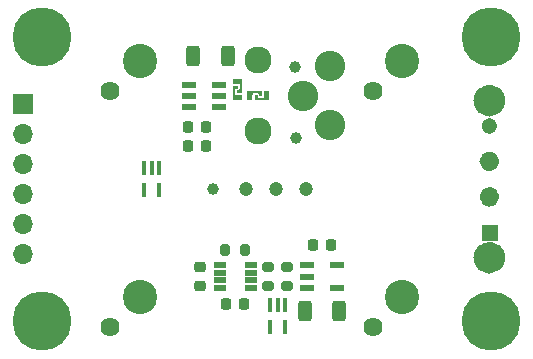
<source format=gts>
G04 #@! TF.GenerationSoftware,KiCad,Pcbnew,8.0.9*
G04 #@! TF.CreationDate,2025-04-23T02:47:03-04:00*
G04 #@! TF.ProjectId,digital-gate-driver,64696769-7461-46c2-9d67-6174652d6472,rev?*
G04 #@! TF.SameCoordinates,Original*
G04 #@! TF.FileFunction,Soldermask,Top*
G04 #@! TF.FilePolarity,Negative*
%FSLAX46Y46*%
G04 Gerber Fmt 4.6, Leading zero omitted, Abs format (unit mm)*
G04 Created by KiCad (PCBNEW 8.0.9) date 2025-04-23 02:47:03*
%MOMM*%
%LPD*%
G01*
G04 APERTURE LIST*
G04 Aperture macros list*
%AMRoundRect*
0 Rectangle with rounded corners*
0 $1 Rounding radius*
0 $2 $3 $4 $5 $6 $7 $8 $9 X,Y pos of 4 corners*
0 Add a 4 corners polygon primitive as box body*
4,1,4,$2,$3,$4,$5,$6,$7,$8,$9,$2,$3,0*
0 Add four circle primitives for the rounded corners*
1,1,$1+$1,$2,$3*
1,1,$1+$1,$4,$5*
1,1,$1+$1,$6,$7*
1,1,$1+$1,$8,$9*
0 Add four rect primitives between the rounded corners*
20,1,$1+$1,$2,$3,$4,$5,0*
20,1,$1+$1,$4,$5,$6,$7,0*
20,1,$1+$1,$6,$7,$8,$9,0*
20,1,$1+$1,$8,$9,$2,$3,0*%
%AMFreePoly0*
4,1,17,0.198500,-0.320000,0.195000,-0.323500,-0.045000,-0.323500,-0.048500,-0.320000,-0.048500,-0.230000,-0.051166,-0.188780,-0.092386,-0.117386,-0.163780,-0.076166,-0.205000,-0.073500,-0.445000,-0.073500,-0.486220,-0.076166,-0.557614,-0.117386,-0.598834,-0.188780,-0.601500,-0.230000,-0.601500,0.125000,0.198500,0.125000,0.198500,-0.320000,0.198500,-0.320000,$1*%
%AMFreePoly1*
4,1,11,0.173500,-0.425000,-0.170000,-0.425000,-0.202297,-0.422973,-0.247973,-0.377297,-0.250000,-0.345000,-0.250000,0.295000,-0.247973,0.327297,-0.202297,0.372973,-0.170000,0.375000,0.173500,0.375000,0.173500,-0.425000,0.173500,-0.425000,$1*%
%AMFreePoly2*
4,1,11,0.201876,0.346955,0.246955,0.301876,0.250000,0.270000,0.250000,-0.370000,0.246955,-0.401876,0.201876,-0.446955,0.170000,-0.450000,-0.173500,-0.450000,-0.173500,0.350000,0.170000,0.350000,0.201876,0.346955,0.201876,0.346955,$1*%
%AMFreePoly3*
4,1,17,-0.001500,0.345000,-0.001500,0.255000,0.001166,0.213780,0.042386,0.142386,0.113780,0.101166,0.155000,0.098500,0.395000,0.098500,0.436220,0.101166,0.507614,0.142386,0.548834,0.213780,0.551500,0.255000,0.551500,-0.100000,-0.248500,-0.100000,-0.248500,0.345000,-0.245000,0.348500,-0.005000,0.348500,-0.001500,0.345000,-0.001500,0.345000,$1*%
G04 Aperture macros list end*
%ADD10C,1.356200*%
%ADD11C,0.661200*%
%ADD12C,0.836200*%
%ADD13C,0.010000*%
%ADD14C,2.905000*%
%ADD15C,1.623000*%
%ADD16C,1.000000*%
%ADD17RoundRect,0.050000X0.475000X0.175000X-0.475000X0.175000X-0.475000X-0.175000X0.475000X-0.175000X0*%
%ADD18C,0.800000*%
%ADD19C,5.000000*%
%ADD20R,0.400000X1.200000*%
%ADD21R,1.700000X1.700000*%
%ADD22O,1.700000X1.700000*%
%ADD23RoundRect,0.250000X-0.312500X-0.625000X0.312500X-0.625000X0.312500X0.625000X-0.312500X0.625000X0*%
%ADD24RoundRect,0.225000X-0.225000X-0.250000X0.225000X-0.250000X0.225000X0.250000X-0.225000X0.250000X0*%
%ADD25R,1.200000X0.600000*%
%ADD26RoundRect,0.200000X0.275000X-0.200000X0.275000X0.200000X-0.275000X0.200000X-0.275000X-0.200000X0*%
%ADD27RoundRect,0.200000X-0.200000X-0.275000X0.200000X-0.275000X0.200000X0.275000X-0.200000X0.275000X0*%
%ADD28RoundRect,0.225000X0.250000X-0.225000X0.250000X0.225000X-0.250000X0.225000X-0.250000X-0.225000X0*%
%ADD29FreePoly0,90.000000*%
%ADD30FreePoly1,90.000000*%
%ADD31FreePoly2,90.000000*%
%ADD32FreePoly3,90.000000*%
%ADD33C,2.295400*%
%ADD34C,1.200000*%
%ADD35C,2.574800*%
%ADD36FreePoly0,180.000000*%
%ADD37FreePoly1,180.000000*%
%ADD38FreePoly2,180.000000*%
%ADD39FreePoly3,180.000000*%
%ADD40RoundRect,0.250000X0.312500X0.625000X-0.312500X0.625000X-0.312500X-0.625000X0.312500X-0.625000X0*%
G04 APERTURE END LIST*
D10*
X174678100Y-84150000D02*
G75*
G02*
X173321900Y-84150000I-678100J0D01*
G01*
X173321900Y-84150000D02*
G75*
G02*
X174678100Y-84150000I678100J0D01*
G01*
D11*
X174330600Y-86300000D02*
G75*
G02*
X173669400Y-86300000I-330600J0D01*
G01*
X173669400Y-86300000D02*
G75*
G02*
X174330600Y-86300000I330600J0D01*
G01*
D12*
X174418100Y-89300000D02*
G75*
G02*
X173581900Y-89300000I-418100J0D01*
G01*
X173581900Y-89300000D02*
G75*
G02*
X174418100Y-89300000I418100J0D01*
G01*
X174418100Y-92300000D02*
G75*
G02*
X173581900Y-92300000I-418100J0D01*
G01*
X173581900Y-92300000D02*
G75*
G02*
X174418100Y-92300000I418100J0D01*
G01*
D10*
X174678100Y-97450000D02*
G75*
G02*
X173321900Y-97450000I-678100J0D01*
G01*
X173321900Y-97450000D02*
G75*
G02*
X174678100Y-97450000I678100J0D01*
G01*
D13*
X174661200Y-95961200D02*
X173338800Y-95961200D01*
X173338800Y-94638800D01*
X174661200Y-94638800D01*
X174661200Y-95961200D01*
G36*
X174661200Y-95961200D02*
G01*
X173338800Y-95961200D01*
X173338800Y-94638800D01*
X174661200Y-94638800D01*
X174661200Y-95961200D01*
G37*
D14*
X144400000Y-100799999D03*
D15*
X141900000Y-103299999D03*
D14*
X166640000Y-100799999D03*
D15*
X164140000Y-103299999D03*
D14*
X144400000Y-80799999D03*
D15*
X141900000Y-83299999D03*
D14*
X166640000Y-80799999D03*
D15*
X164140000Y-83299999D03*
D16*
X157600000Y-87300000D03*
X157500000Y-81300000D03*
X150600000Y-91600000D03*
D17*
X153780000Y-100025000D03*
X151180000Y-100025000D03*
X153780000Y-99375000D03*
X151180000Y-99375000D03*
X153780000Y-98725000D03*
X151180000Y-98725000D03*
X153780000Y-98075000D03*
X151180000Y-98075000D03*
D18*
X138015001Y-102799998D03*
X137465826Y-104125823D03*
X137465826Y-101474173D03*
X136140001Y-104674998D03*
D19*
X136140001Y-102799998D03*
D18*
X136140001Y-100924998D03*
X134814176Y-104125823D03*
X134814176Y-101474173D03*
X134265001Y-102799998D03*
D20*
X146050000Y-89850000D03*
X145400000Y-89850000D03*
X144750000Y-89850000D03*
X144750000Y-91750000D03*
X146050000Y-91750000D03*
D21*
X134540000Y-84450000D03*
D22*
X134540000Y-86990000D03*
X134540000Y-89530000D03*
X134540000Y-92070000D03*
X134540000Y-94610000D03*
X134540000Y-97150000D03*
D23*
X158367500Y-102000000D03*
X161292500Y-102000000D03*
D18*
X176015000Y-102799999D03*
X175465825Y-104125824D03*
X175465825Y-101474174D03*
X174140000Y-104674999D03*
D19*
X174140000Y-102799999D03*
D18*
X174140000Y-100924999D03*
X172814175Y-104125824D03*
X172814175Y-101474174D03*
X172265000Y-102799999D03*
D24*
X159055000Y-96400000D03*
X160605000Y-96400000D03*
D25*
X151071726Y-82800500D03*
X151071726Y-83750500D03*
X151071726Y-84700500D03*
X148571726Y-84700500D03*
X148571726Y-83750500D03*
X148571726Y-82800500D03*
D18*
X134265000Y-78799999D03*
X134814175Y-77474174D03*
X134814175Y-80125824D03*
X136140000Y-76924999D03*
D19*
X136140000Y-78799999D03*
D18*
X136140000Y-80674999D03*
X137465825Y-77474174D03*
X137465825Y-80125824D03*
X138015000Y-78799999D03*
D26*
X155280000Y-99875000D03*
X155280000Y-98225000D03*
D27*
X151655000Y-96800000D03*
X153305000Y-96800000D03*
D26*
X156880000Y-98225000D03*
X156880000Y-99875000D03*
D25*
X158580000Y-98100000D03*
X158580000Y-99050000D03*
X158580000Y-100000000D03*
X161080000Y-100000000D03*
X161080000Y-98100000D03*
D28*
X149480000Y-99825000D03*
X149480000Y-98275000D03*
D24*
X151705000Y-101400000D03*
X153255000Y-101400000D03*
D29*
X152396726Y-83075500D03*
D30*
X152646726Y-83850500D03*
D31*
X152621726Y-82550500D03*
D32*
X152971726Y-83275500D03*
D20*
X156730000Y-101450000D03*
X156080000Y-101450000D03*
X155430000Y-101450000D03*
X155430000Y-103350000D03*
X156730000Y-103350000D03*
D18*
X172265000Y-78799999D03*
X172814175Y-77474174D03*
X172814175Y-80125824D03*
X174140000Y-76924999D03*
D19*
X174140000Y-78799999D03*
D18*
X174140000Y-80674999D03*
X175465825Y-77474174D03*
X175465825Y-80125824D03*
X176015000Y-78799999D03*
D24*
X149996726Y-86350500D03*
X148446726Y-86350500D03*
D33*
X154421726Y-86750500D03*
X154421726Y-80750500D03*
D34*
X153400000Y-91600000D03*
X155940000Y-91600000D03*
X158480000Y-91600000D03*
D24*
X149996726Y-87950500D03*
X148446726Y-87950500D03*
D35*
X160500000Y-81250500D03*
X158221726Y-83750500D03*
X160500000Y-86250500D03*
D36*
X154296726Y-84025500D03*
D37*
X155071726Y-83775500D03*
D38*
X153771726Y-83800500D03*
D39*
X154496726Y-83450500D03*
D40*
X148937500Y-80400000D03*
X151862500Y-80400000D03*
M02*

</source>
